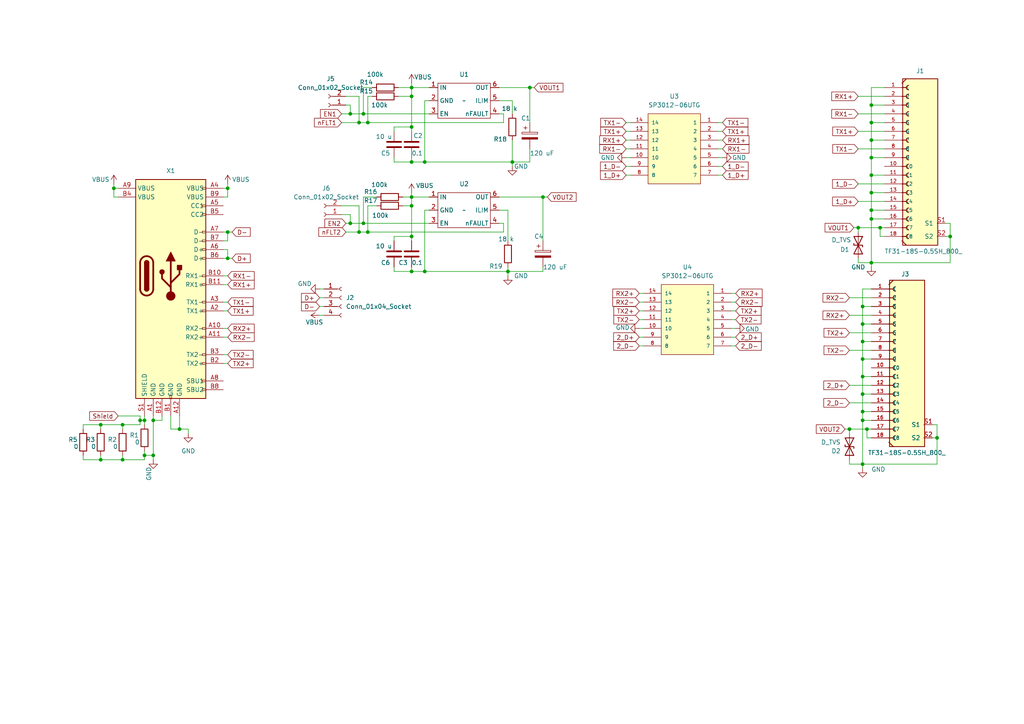
<source format=kicad_sch>
(kicad_sch (version 20250114) (generator "eeschema") (generator_version "9.0")
  (paper "A4")
  (lib_symbols
    (symbol "Connector:Conn_01x02_Socket" (pin_names (offset 1.016) (hide yes))
      (property "Reference" "J" (at 0 2.54 0))
      (property "Value" "Conn_01x02_Socket" (at 0 -5.08 0))
      (symbol "Conn_01x02_Socket_1_1"
        (pin passive line (at -5.08 0 0) (length 3.81) (name "Pin_1") (number "1"))
        (pin passive line (at -5.08 -2.54 0) (length 3.81) (name "Pin_2") (number "2"))
      )
    )
    (symbol "Connector:Conn_01x04_Socket" (pin_names (offset 1.016) (hide yes))
      (property "Reference" "J" (at 0 5.08 0))
      (property "Value" "Conn_01x04_Socket" (at 0 -7.62 0))
      (symbol "Conn_01x04_Socket_1_1"
        (pin passive line (at -5.08 2.54 0) (length 3.81) (name "Pin_1") (number "1"))
        (pin passive line (at -5.08 0 0) (length 3.81) (name "Pin_2") (number "2"))
        (pin passive line (at -5.08 -2.54 0) (length 3.81) (name "Pin_3") (number "3"))
        (pin passive line (at -5.08 -5.08 0) (length 3.81) (name "Pin_4") (number "4"))
      )
    )
    (symbol "Device:C" (pin_numbers (hide yes)) (pin_names (offset 0.254))
      (property "Reference" "C" (at 0.635 2.54 0))
      (property "Value" "C" (at 0.635 -2.54 0))
      (symbol "C_1_1"
        (pin passive line (at 0 3.81 270) (length 2.794) (name "~") (number "1"))
        (pin passive line (at 0 -3.81 90) (length 2.794) (name "~") (number "2"))
      )
    )
    (symbol "Device:C_Polarized" (pin_numbers (hide yes)) (pin_names (offset 0.254))
      (property "Reference" "C" (at 0.635 2.54 0))
      (property "Value" "C_Polarized" (at 0.635 -2.54 0))
      (symbol "C_Polarized_1_1"
        (pin passive line (at 0 3.81 270) (length 2.794) (name "~") (number "1"))
        (pin passive line (at 0 -3.81 90) (length 2.794) (name "~") (number "2"))
      )
    )
    (symbol "Device:D_TVS" (pin_numbers (hide yes)) (pin_names (offset 1.016) (hide yes))
      (property "Reference" "D" (at 0 2.54 0))
      (property "Value" "D_TVS" (at 0 -2.54 0))
      (symbol "D_TVS_1_1"
        (pin passive line (at -3.81 0 0) (length 2.54) (name "A1") (number "1"))
        (pin passive line (at 3.81 0 180) (length 2.54) (name "A2") (number "2"))
      )
    )
    (symbol "Device:R" (pin_numbers (hide yes)) (pin_names (offset 0))
      (property "Reference" "R" (at 2.032 0 90))
      (property "Value" "R" (at 0 0 90))
      (symbol "R_1_1"
        (pin passive line (at 0 3.81 270) (length 1.27) (name "~") (number "1"))
        (pin passive line (at 0 -3.81 90) (length 1.27) (name "~") (number "2"))
      )
    )
    (symbol "Shield1:USB_C_24pins"
      (property "Reference" "X1" (at 0 38.1 0))
      (property "Value" "USB_C_24pins" (at 0 35.56 0))
      (symbol "USB_C_24pins_1_1"
        (pin passive line (at -15.24 30.48 0) (length 5.08) (name "VBUS") (number "A9"))
        (pin passive line (at -15.24 27.94 0) (length 5.08) (name "VBUS") (number "B4"))
        (pin passive line (at -7.62 -35.56 90) (length 5.08) (name "SHIELD") (number "S1"))
        (pin passive line (at -7.62 -35.56 90) (length 5.08) (hide yes) (name "SHIELD") (number "S2"))
        (pin passive line (at -7.62 -35.56 90) (length 5.08) (hide yes) (name "SHIELD") (number "S3"))
        (pin passive line (at -7.62 -35.56 90) (length 5.08) (hide yes) (name "SHIELD") (number "S4"))
        (pin passive line (at -5.08 -35.56 90) (length 5.08) (name "GND") (number "A1"))
        (pin passive line (at -2.54 -35.56 90) (length 5.08) (name "GND") (number "B12"))
        (pin passive line (at 0 -35.56 90) (length 5.08) (name "GND") (number "B1"))
        (pin passive line (at 2.54 -35.56 90) (length 5.08) (name "GND") (number "A12"))
        (pin passive line (at 15.24 30.48 180) (length 5.08) (name "VBUS") (number "A4"))
        (pin passive line (at 15.24 27.94 180) (length 5.08) (name "VBUS") (number "B9"))
        (pin bidirectional line (at 15.24 25.4 180) (length 5.08) (name "CC1") (number "A5"))
        (pin bidirectional line (at 15.24 22.86 180) (length 5.08) (name "CC2") (number "B5"))
        (pin bidirectional line (at 15.24 17.78 180) (length 5.08) (name "D-") (number "A7"))
        (pin bidirectional line (at 15.24 15.24 180) (length 5.08) (name "D-") (number "B7"))
        (pin bidirectional line (at 15.24 12.7 180) (length 5.08) (name "D+") (number "A6"))
        (pin bidirectional line (at 15.24 10.16 180) (length 5.08) (name "D+") (number "B6"))
        (pin bidirectional line (at 15.24 5.08 180) (length 5.08) (name "RX1-") (number "B10"))
        (pin bidirectional line (at 15.24 2.54 180) (length 5.08) (name "RX1+") (number "B11"))
        (pin bidirectional line (at 15.24 -2.54 180) (length 5.08) (name "TX1-") (number "A3"))
        (pin bidirectional line (at 15.24 -5.08 180) (length 5.08) (name "TX1+") (number "A2"))
        (pin bidirectional line (at 15.24 -10.16 180) (length 5.08) (name "RX2-") (number "A10"))
        (pin bidirectional line (at 15.24 -12.7 180) (length 5.08) (name "RX2+") (number "A11"))
        (pin bidirectional line (at 15.24 -17.78 180) (length 5.08) (name "TX2-") (number "B3"))
        (pin bidirectional line (at 15.24 -20.32 180) (length 5.08) (name "TX2+") (number "B2"))
        (pin bidirectional line (at 15.24 -25.4 180) (length 5.08) (name "SBU1") (number "A8"))
        (pin bidirectional line (at 15.24 -27.94 180) (length 5.08) (name "SBU2") (number "B8"))
      )
    )
    (symbol "TF31-18S-0.5SH_800__1" (pin_names (offset 1.016))
      (property "Reference" "J" (at -5.58 25.4 0))
      (property "Value" "TF31-18S-0.5SH_800_" (at -5.08 -25.4 0))
      (symbol "TF31-18S-0.5SH_800__1_0_0"
        (pin passive line (at 10.16 22.86 180) (length 5.08) (name "1") (number "1"))
        (pin passive line (at 10.16 20.32 180) (length 5.08) (name "2") (number "2"))
        (pin passive line (at 10.16 17.78 180) (length 5.08) (name "3") (number "3"))
        (pin passive line (at 10.16 15.24 180) (length 5.08) (name "4") (number "4"))
        (pin passive line (at 10.16 12.7 180) (length 5.08) (name "5") (number "5"))
        (pin passive line (at 10.16 10.16 180) (length 5.08) (name "6") (number "6"))
        (pin passive line (at 10.16 7.62 180) (length 5.08) (name "7") (number "7"))
        (pin passive line (at 10.16 5.08 180) (length 5.08) (name "8") (number "8"))
        (pin passive line (at 10.16 2.54 180) (length 5.08) (name "9") (number "9"))
        (pin passive line (at 10.16 0 180) (length 5.08) (name "10") (number "10"))
        (pin passive line (at 10.16 -2.54 180) (length 5.08) (name "11") (number "11"))
        (pin passive line (at 10.16 -5.08 180) (length 5.08) (name "12") (number "12"))
        (pin passive line (at 10.16 -7.62 180) (length 5.08) (name "13") (number "13"))
        (pin passive line (at 10.16 -10.16 180) (length 5.08) (name "14") (number "14"))
        (pin passive line (at 10.16 -12.7 180) (length 5.08) (name "15") (number "15"))
        (pin passive line (at 10.16 -15.24 180) (length 5.08) (name "16") (number "16"))
        (pin passive line (at 10.16 -17.78 180) (length 5.08) (name "17") (number "17"))
        (pin passive line (at 10.16 -20.32 180) (length 5.08) (name "18") (number "18"))
      )
      (symbol "TF31-18S-0.5SH_800__1_1_1"
        (pin input line (at -7.62 -16.51 0) (length 2.54) (name "S1") (number "S1"))
        (pin input line (at -7.62 -20.32 0) (length 2.54) (name "S2") (number "S2"))
      )
    )
    (symbol "my8lib:TF31-18S-0.5SH_800_" (pin_names (offset 1.016))
      (property "Reference" "J" (at -5.58 25.4 0))
      (property "Value" "TF31-18S-0.5SH_800_" (at -5.08 -25.4 0))
      (symbol "TF31-18S-0.5SH_800__0_0"
        (pin passive line (at 10.16 22.86 180) (length 5.08) (name "1") (number "1"))
        (pin passive line (at 10.16 20.32 180) (length 5.08) (name "2") (number "2"))
        (pin passive line (at 10.16 17.78 180) (length 5.08) (name "3") (number "3"))
        (pin passive line (at 10.16 15.24 180) (length 5.08) (name "4") (number "4"))
        (pin passive line (at 10.16 12.7 180) (length 5.08) (name "5") (number "5"))
        (pin passive line (at 10.16 10.16 180) (length 5.08) (name "6") (number "6"))
        (pin passive line (at 10.16 7.62 180) (length 5.08) (name "7") (number "7"))
        (pin passive line (at 10.16 5.08 180) (length 5.08) (name "8") (number "8"))
        (pin passive line (at 10.16 2.54 180) (length 5.08) (name "9") (number "9"))
        (pin passive line (at 10.16 0 180) (length 5.08) (name "10") (number "10"))
        (pin passive line (at 10.16 -2.54 180) (length 5.08) (name "11") (number "11"))
        (pin passive line (at 10.16 -5.08 180) (length 5.08) (name "12") (number "12"))
        (pin passive line (at 10.16 -7.62 180) (length 5.08) (name "13") (number "13"))
        (pin passive line (at 10.16 -10.16 180) (length 5.08) (name "14") (number "14"))
        (pin passive line (at 10.16 -12.7 180) (length 5.08) (name "15") (number "15"))
        (pin passive line (at 10.16 -15.24 180) (length 5.08) (name "16") (number "16"))
        (pin passive line (at 10.16 -17.78 180) (length 5.08) (name "17") (number "17"))
        (pin passive line (at 10.16 -20.32 180) (length 5.08) (name "18") (number "18"))
      )
      (symbol "TF31-18S-0.5SH_800__1_1"
        (pin input line (at -7.62 -16.51 0) (length 2.54) (name "S1") (number "S1"))
        (pin input line (at -7.62 -20.32 0) (length 2.54) (name "S2") (number "S2"))
      )
    )
    (symbol "myLib8:SP3012-06UTG" (pin_names (offset 1.016))
      (property "Reference" "U" (at -7.62 10.668 0))
      (property "Value" "SP3012-06UTG" (at -7.62 -12.7 0))
      (symbol "SP3012-06UTG_0_0"
        (pin passive line (at -12.7 7.62 0) (length 5.08) (name "1") (number "1"))
        (pin passive line (at -12.7 5.08 0) (length 5.08) (name "2") (number "2"))
        (pin passive line (at -12.7 2.54 0) (length 5.08) (name "3") (number "3"))
        (pin passive line (at -12.7 0 0) (length 5.08) (name "4") (number "4"))
        (pin passive line (at -12.7 -2.54 0) (length 5.08) (name "5") (number "5"))
        (pin passive line (at -12.7 -5.08 0) (length 5.08) (name "6") (number "6"))
        (pin passive line (at -12.7 -7.62 0) (length 5.08) (name "7") (number "7"))
        (pin passive line (at 12.7 7.62 180) (length 5.08) (name "14") (number "14"))
        (pin passive line (at 12.7 5.08 180) (length 5.08) (name "13") (number "13"))
        (pin passive line (at 12.7 2.54 180) (length 5.08) (name "12") (number "12"))
        (pin passive line (at 12.7 0 180) (length 5.08) (name "11") (number "11"))
        (pin passive line (at 12.7 -2.54 180) (length 5.08) (name "10") (number "10"))
        (pin passive line (at 12.7 -5.08 180) (length 5.08) (name "9") (number "9"))
        (pin passive line (at 12.7 -7.62 180) (length 5.08) (name "8") (number "8"))
      )
    )
    (symbol "power:GND" (power) (pin_names (offset 0))
      (property "Value" "GND" (at 0 -3.81 0))
      (symbol "GND_1_1"
        (pin power_in line (at 0 0 270) (length 0) (hide yes) (name "GND") (number "1"))
      )
    )
    (symbol "power:VBUS" (power) (pin_names (offset 0))
      (property "Value" "VBUS" (at 0 3.81 0))
      (symbol "VBUS_1_1"
        (pin power_in line (at 0 0 90) (length 0) (hide yes) (name "VBUS") (number "1"))
      )
    )
    (symbol "swich emergent:tps2553"
      (property "Reference" "U" (at 0 7.62 0))
      (symbol "tps2553_1_1"
        (pin power_in line (at -10.16 3.81 0) (length 2.54) (name "IN") (number "1"))
        (pin power_in line (at -10.16 0 0) (length 2.54) (name "GND") (number "2"))
        (pin input line (at -10.16 -3.81 0) (length 2.54) (name "EN") (number "3"))
        (pin power_out line (at 10.16 3.81 180) (length 2.54) (name "OUT") (number "6"))
        (pin output line (at 10.16 0 180) (length 2.54) (name "ILIM") (number "5"))
        (pin open_collector line (at 10.16 -3.81 180) (length 2.54) (name "nFAULT") (number "4"))
      )
    )
  )
  (junction (at 119.38 68.58))
  (junction (at 35.56 133.35))
  (junction (at 248.92 66.04))
  (junction (at 106.68 35.56))
  (junction (at 40.64 121.92))
  (junction (at 271.78 127))
  (junction (at 250.19 121.92))
  (junction (at 66.04 54.61))
  (junction (at 252.73 60.96))
  (junction (at 44.45 121.92))
  (junction (at 44.45 132.08))
  (junction (at 105.41 64.77))
  (junction (at 101.6 64.77))
  (junction (at 119.38 36.83))
  (junction (at 275.59 68.58))
  (junction (at 250.19 99.06))
  (junction (at 101.6 33.02))
  (junction (at 147.32 78.74))
  (junction (at 250.19 119.38))
  (junction (at 252.73 55.88))
  (junction (at 252.73 30.48))
  (junction (at 29.21 133.35))
  (junction (at 106.68 67.31))
  (junction (at 250.19 93.98))
  (junction (at 119.38 25.4))
  (junction (at 148.59 46.99))
  (junction (at 251.46 124.46))
  (junction (at 250.19 134.62))
  (junction (at 252.73 76.2))
  (junction (at 33.02 54.61))
  (junction (at 246.38 124.46))
  (junction (at 252.73 40.64))
  (junction (at 252.73 50.8))
  (junction (at 252.73 45.72))
  (junction (at 104.14 67.31))
  (junction (at 104.14 35.56))
  (junction (at 35.56 123.19))
  (junction (at 250.19 88.9))
  (junction (at 41.91 132.08))
  (junction (at 252.73 63.5))
  (junction (at 119.38 57.15))
  (junction (at 119.38 27.94))
  (junction (at 250.19 104.14))
  (junction (at 123.19 46.99))
  (junction (at 119.38 78.74))
  (junction (at 123.19 78.74))
  (junction (at 29.21 123.19))
  (junction (at 105.41 33.02))
  (junction (at 157.48 57.15))
  (junction (at 153.67 25.4))
  (junction (at 250.19 114.3))
  (junction (at 250.19 109.22))
  (junction (at 52.07 124.46))
  (junction (at 252.73 35.56))
  (junction (at 119.38 46.99))
  (junction (at 66.04 74.93))
  (junction (at 119.38 59.69))
  (junction (at 66.04 67.31))
  (junction (at 41.91 121.92))
  (junction (at 255.27 66.04))
  (wire (pts (xy 252.73 40.64) (xy 252.73 45.72)))
  (wire (pts (xy 248.92 66.04) (xy 255.27 66.04)))
  (wire (pts (xy 109.22 59.69) (xy 106.68 59.69)))
  (wire (pts (xy 182.88 43.18) (xy 181.61 43.18)))
  (wire (pts (xy 250.19 119.38) (xy 250.19 121.92)))
  (wire (pts (xy 248.92 53.34) (xy 256.54 53.34)))
  (wire (pts (xy 252.73 30.48) (xy 252.73 35.56)))
  (wire (pts (xy 119.38 57.15) (xy 119.38 59.69)))
  (wire (pts (xy 46.99 120.65) (xy 46.99 121.92)))
  (wire (pts (xy 252.73 76.2) (xy 252.73 77.47)))
  (wire (pts (xy 148.59 40.64) (xy 148.59 46.99)))
  (wire (pts (xy 35.56 123.19) (xy 29.21 123.19)))
  (wire (pts (xy 114.3 36.83) (xy 119.38 36.83)))
  (wire (pts (xy 115.57 25.4) (xy 119.38 25.4)))
  (wire (pts (xy 146.05 67.31) (xy 146.05 64.77)))
  (wire (pts (xy 250.19 134.62) (xy 250.19 135.89)))
  (wire (pts (xy 119.38 57.15) (xy 124.46 57.15)))
  (wire (pts (xy 114.3 45.72) (xy 114.3 46.99)))
  (wire (pts (xy 67.31 74.93) (xy 66.04 74.93)))
  (wire (pts (xy 66.04 80.01) (xy 64.77 80.01)))
  (wire (pts (xy 252.73 55.88) (xy 252.73 60.96)))
  (wire (pts (xy 66.04 54.61) (xy 64.77 54.61)))
  (wire (pts (xy 252.73 109.22) (xy 250.19 109.22)))
  (wire (pts (xy 256.54 60.96) (xy 252.73 60.96)))
  (wire (pts (xy 271.78 134.62) (xy 250.19 134.62)))
  (wire (pts (xy 92.71 91.44) (xy 93.98 91.44)))
  (wire (pts (xy 104.14 59.69) (xy 104.14 67.31)))
  (wire (pts (xy 109.22 57.15) (xy 105.41 57.15)))
  (wire (pts (xy 246.38 86.36) (xy 252.73 86.36)))
  (wire (pts (xy 252.73 50.8) (xy 252.73 55.88)))
  (wire (pts (xy 248.92 67.31) (xy 248.92 66.04)))
  (wire (pts (xy 186.69 97.79) (xy 185.42 97.79)))
  (wire (pts (xy 271.78 123.19) (xy 271.78 127)))
  (wire (pts (xy 123.19 78.74) (xy 147.32 78.74)))
  (wire (pts (xy 252.73 63.5) (xy 252.73 76.2)))
  (wire (pts (xy 99.06 62.23) (xy 101.6 62.23)))
  (wire (pts (xy 146.05 64.77) (xy 144.78 64.77)))
  (wire (pts (xy 99.06 59.69) (xy 104.14 59.69)))
  (wire (pts (xy 119.38 46.99) (xy 123.19 46.99)))
  (wire (pts (xy 64.77 57.15) (xy 66.04 57.15)))
  (wire (pts (xy 209.55 45.72) (xy 208.28 45.72)))
  (wire (pts (xy 66.04 97.79) (xy 64.77 97.79)))
  (wire (pts (xy 147.32 78.74) (xy 147.32 80.01)))
  (wire (pts (xy 213.36 95.25) (xy 212.09 95.25)))
  (wire (pts (xy 252.73 40.64) (xy 256.54 40.64)))
  (wire (pts (xy 66.04 105.41) (xy 64.77 105.41)))
  (wire (pts (xy 248.92 27.94) (xy 256.54 27.94)))
  (wire (pts (xy 186.69 95.25) (xy 185.42 95.25)))
  (wire (pts (xy 123.19 46.99) (xy 148.59 46.99)))
  (wire (pts (xy 66.04 95.25) (xy 64.77 95.25)))
  (wire (pts (xy 105.41 64.77) (xy 124.46 64.77)))
  (wire (pts (xy 52.07 120.65) (xy 52.07 124.46)))
  (wire (pts (xy 252.73 99.06) (xy 250.19 99.06)))
  (wire (pts (xy 148.59 29.21) (xy 144.78 29.21)))
  (wire (pts (xy 213.36 90.17) (xy 212.09 90.17)))
  (wire (pts (xy 251.46 124.46) (xy 252.73 124.46)))
  (wire (pts (xy 182.88 48.26) (xy 181.61 48.26)))
  (wire (pts (xy 119.38 78.74) (xy 123.19 78.74)))
  (wire (pts (xy 92.71 83.82) (xy 93.98 83.82)))
  (wire (pts (xy 248.92 38.1) (xy 256.54 38.1)))
  (wire (pts (xy 104.14 27.94) (xy 104.14 35.56)))
  (wire (pts (xy 66.04 53.34) (xy 66.04 54.61)))
  (wire (pts (xy 119.38 24.13) (xy 119.38 25.4)))
  (wire (pts (xy 99.06 35.56) (xy 104.14 35.56)))
  (wire (pts (xy 116.84 57.15) (xy 119.38 57.15)))
  (wire (pts (xy 54.61 125.73) (xy 54.61 124.46)))
  (wire (pts (xy 250.19 83.82) (xy 250.19 88.9)))
  (wire (pts (xy 33.02 54.61) (xy 33.02 57.15)))
  (wire (pts (xy 147.32 69.85) (xy 147.32 60.96)))
  (wire (pts (xy 252.73 25.4) (xy 252.73 30.48)))
  (wire (pts (xy 186.69 85.09) (xy 185.42 85.09)))
  (wire (pts (xy 107.95 27.94) (xy 106.68 27.94)))
  (wire (pts (xy 186.69 87.63) (xy 185.42 87.63)))
  (wire (pts (xy 66.04 67.31) (xy 66.04 69.85)))
  (wire (pts (xy 35.56 124.46) (xy 35.56 123.19)))
  (wire (pts (xy 255.27 66.04) (xy 256.54 66.04)))
  (wire (pts (xy 101.6 62.23) (xy 101.6 64.77)))
  (wire (pts (xy 256.54 68.58) (xy 255.27 68.58)))
  (wire (pts (xy 119.38 25.4) (xy 124.46 25.4)))
  (wire (pts (xy 24.13 123.19) (xy 29.21 123.19)))
  (wire (pts (xy 105.41 57.15) (xy 105.41 64.77)))
  (wire (pts (xy 101.6 30.48) (xy 101.6 33.02)))
  (wire (pts (xy 157.48 57.15) (xy 157.48 69.85)))
  (wire (pts (xy 66.04 57.15) (xy 66.04 54.61)))
  (wire (pts (xy 252.73 50.8) (xy 256.54 50.8)))
  (wire (pts (xy 250.19 121.92) (xy 252.73 121.92)))
  (wire (pts (xy 92.71 86.36) (xy 93.98 86.36)))
  (wire (pts (xy 119.38 68.58) (xy 119.38 69.85)))
  (wire (pts (xy 66.04 67.31) (xy 67.31 67.31)))
  (wire (pts (xy 250.19 104.14) (xy 250.19 109.22)))
  (wire (pts (xy 106.68 35.56) (xy 146.05 35.56)))
  (wire (pts (xy 114.3 46.99) (xy 119.38 46.99)))
  (wire (pts (xy 119.38 46.99) (xy 119.38 45.72)))
  (wire (pts (xy 101.6 33.02) (xy 105.41 33.02)))
  (wire (pts (xy 119.38 36.83) (xy 119.38 38.1)))
  (wire (pts (xy 119.38 59.69) (xy 119.38 68.58)))
  (wire (pts (xy 274.32 68.58) (xy 275.59 68.58)))
  (wire (pts (xy 182.88 50.8) (xy 181.61 50.8)))
  (wire (pts (xy 246.38 116.84) (xy 252.73 116.84)))
  (wire (pts (xy 100.33 64.77) (xy 101.6 64.77)))
  (wire (pts (xy 248.92 33.02) (xy 256.54 33.02)))
  (wire (pts (xy 157.48 77.47) (xy 157.48 78.74)))
  (wire (pts (xy 92.71 88.9) (xy 93.98 88.9)))
  (wire (pts (xy 44.45 133.35) (xy 44.45 132.08)))
  (wire (pts (xy 44.45 132.08) (xy 44.45 121.92)))
  (wire (pts (xy 49.53 124.46) (xy 52.07 124.46)))
  (wire (pts (xy 186.69 100.33) (xy 185.42 100.33)))
  (wire (pts (xy 248.92 58.42) (xy 256.54 58.42)))
  (wire (pts (xy 252.73 35.56) (xy 252.73 40.64)))
  (wire (pts (xy 246.38 125.73) (xy 246.38 124.46)))
  (wire (pts (xy 100.33 27.94) (xy 104.14 27.94)))
  (wire (pts (xy 246.38 101.6) (xy 252.73 101.6)))
  (wire (pts (xy 104.14 67.31) (xy 106.68 67.31)))
  (wire (pts (xy 182.88 45.72) (xy 181.61 45.72)))
  (wire (pts (xy 107.95 25.4) (xy 105.41 25.4)))
  (wire (pts (xy 44.45 121.92) (xy 46.99 121.92)))
  (wire (pts (xy 119.38 55.88) (xy 119.38 57.15)))
  (wire (pts (xy 209.55 38.1) (xy 208.28 38.1)))
  (wire (pts (xy 256.54 25.4) (xy 252.73 25.4)))
  (wire (pts (xy 209.55 43.18) (xy 208.28 43.18)))
  (wire (pts (xy 248.92 76.2) (xy 248.92 74.93)))
  (wire (pts (xy 153.67 43.18) (xy 153.67 46.99)))
  (wire (pts (xy 41.91 132.08) (xy 44.45 132.08)))
  (wire (pts (xy 153.67 25.4) (xy 154.94 25.4)))
  (wire (pts (xy 251.46 124.46) (xy 251.46 127)))
  (wire (pts (xy 246.38 124.46) (xy 251.46 124.46)))
  (wire (pts (xy 252.73 114.3) (xy 250.19 114.3)))
  (wire (pts (xy 119.38 77.47) (xy 119.38 78.74)))
  (wire (pts (xy 250.19 109.22) (xy 250.19 114.3)))
  (wire (pts (xy 33.02 53.34) (xy 33.02 54.61)))
  (wire (pts (xy 250.19 93.98) (xy 250.19 99.06)))
  (wire (pts (xy 41.91 120.65) (xy 41.91 121.92)))
  (wire (pts (xy 246.38 124.46) (xy 245.11 124.46)))
  (wire (pts (xy 34.29 120.65) (xy 40.64 120.65)))
  (wire (pts (xy 209.55 35.56) (xy 208.28 35.56)))
  (wire (pts (xy 248.92 66.04) (xy 247.65 66.04)))
  (wire (pts (xy 106.68 67.31) (xy 146.05 67.31)))
  (wire (pts (xy 114.3 68.58) (xy 119.38 68.58)))
  (wire (pts (xy 24.13 132.08) (xy 24.13 133.35)))
  (wire (pts (xy 246.38 134.62) (xy 246.38 133.35)))
  (wire (pts (xy 114.3 78.74) (xy 119.38 78.74)))
  (wire (pts (xy 101.6 64.77) (xy 105.41 64.77)))
  (wire (pts (xy 252.73 45.72) (xy 252.73 50.8)))
  (wire (pts (xy 275.59 68.58) (xy 275.59 76.2)))
  (wire (pts (xy 148.59 46.99) (xy 153.67 46.99)))
  (wire (pts (xy 104.14 35.56) (xy 106.68 35.56)))
  (wire (pts (xy 275.59 76.2) (xy 252.73 76.2)))
  (wire (pts (xy 116.84 59.69) (xy 119.38 59.69)))
  (wire (pts (xy 123.19 60.96) (xy 123.19 78.74)))
  (wire (pts (xy 35.56 123.19) (xy 40.64 123.19)))
  (wire (pts (xy 252.73 127) (xy 251.46 127)))
  (wire (pts (xy 35.56 132.08) (xy 35.56 133.35)))
  (wire (pts (xy 252.73 119.38) (xy 250.19 119.38)))
  (wire (pts (xy 40.64 123.19) (xy 40.64 121.92)))
  (wire (pts (xy 270.51 123.19) (xy 271.78 123.19)))
  (wire (pts (xy 105.41 25.4) (xy 105.41 33.02)))
  (wire (pts (xy 147.32 78.74) (xy 157.48 78.74)))
  (wire (pts (xy 114.3 77.47) (xy 114.3 78.74)))
  (wire (pts (xy 114.3 69.85) (xy 114.3 68.58)))
  (wire (pts (xy 250.19 114.3) (xy 250.19 119.38)))
  (wire (pts (xy 186.69 90.17) (xy 185.42 90.17)))
  (wire (pts (xy 256.54 55.88) (xy 252.73 55.88)))
  (wire (pts (xy 256.54 63.5) (xy 252.73 63.5)))
  (wire (pts (xy 246.38 134.62) (xy 250.19 134.62)))
  (wire (pts (xy 40.64 120.65) (xy 40.64 121.92)))
  (wire (pts (xy 66.04 72.39) (xy 66.04 74.93)))
  (wire (pts (xy 33.02 57.15) (xy 34.29 57.15)))
  (wire (pts (xy 250.19 121.92) (xy 250.19 134.62)))
  (wire (pts (xy 213.36 85.09) (xy 212.09 85.09)))
  (wire (pts (xy 144.78 57.15) (xy 157.48 57.15)))
  (wire (pts (xy 64.77 67.31) (xy 66.04 67.31)))
  (wire (pts (xy 153.67 25.4) (xy 153.67 35.56)))
  (wire (pts (xy 66.04 74.93) (xy 64.77 74.93)))
  (wire (pts (xy 100.33 67.31) (xy 104.14 67.31)))
  (wire (pts (xy 114.3 38.1) (xy 114.3 36.83)))
  (wire (pts (xy 41.91 130.81) (xy 41.91 132.08)))
  (wire (pts (xy 246.38 96.52) (xy 252.73 96.52)))
  (wire (pts (xy 147.32 77.47) (xy 147.32 78.74)))
  (wire (pts (xy 66.04 87.63) (xy 64.77 87.63)))
  (wire (pts (xy 123.19 60.96) (xy 124.46 60.96)))
  (wire (pts (xy 213.36 97.79) (xy 212.09 97.79)))
  (wire (pts (xy 147.32 60.96) (xy 144.78 60.96)))
  (wire (pts (xy 213.36 100.33) (xy 212.09 100.33)))
  (wire (pts (xy 252.73 30.48) (xy 256.54 30.48)))
  (wire (pts (xy 24.13 124.46) (xy 24.13 123.19)))
  (wire (pts (xy 35.56 133.35) (xy 29.21 133.35)))
  (wire (pts (xy 271.78 127) (xy 271.78 134.62)))
  (wire (pts (xy 213.36 92.71) (xy 212.09 92.71)))
  (wire (pts (xy 274.32 64.77) (xy 275.59 64.77)))
  (wire (pts (xy 148.59 33.02) (xy 148.59 29.21)))
  (wire (pts (xy 252.73 93.98) (xy 250.19 93.98)))
  (wire (pts (xy 252.73 60.96) (xy 252.73 63.5)))
  (wire (pts (xy 157.48 57.15) (xy 158.75 57.15)))
  (wire (pts (xy 248.92 76.2) (xy 252.73 76.2)))
  (wire (pts (xy 35.56 133.35) (xy 41.91 133.35)))
  (wire (pts (xy 44.45 120.65) (xy 44.45 121.92)))
  (wire (pts (xy 275.59 64.77) (xy 275.59 68.58)))
  (wire (pts (xy 148.59 46.99) (xy 148.59 48.26)))
  (wire (pts (xy 252.73 35.56) (xy 256.54 35.56)))
  (wire (pts (xy 181.61 38.1) (xy 182.88 38.1)))
  (wire (pts (xy 66.04 90.17) (xy 64.77 90.17)))
  (wire (pts (xy 64.77 72.39) (xy 66.04 72.39)))
  (wire (pts (xy 124.46 29.21) (xy 123.19 29.21)))
  (wire (pts (xy 123.19 29.21) (xy 123.19 46.99)))
  (wire (pts (xy 29.21 123.19) (xy 29.21 124.46)))
  (wire (pts (xy 213.36 87.63) (xy 212.09 87.63)))
  (wire (pts (xy 252.73 45.72) (xy 256.54 45.72)))
  (wire (pts (xy 66.04 102.87) (xy 64.77 102.87)))
  (wire (pts (xy 246.38 111.76) (xy 252.73 111.76)))
  (wire (pts (xy 252.73 83.82) (xy 250.19 83.82)))
  (wire (pts (xy 100.33 30.48) (xy 101.6 30.48)))
  (wire (pts (xy 252.73 104.14) (xy 250.19 104.14)))
  (wire (pts (xy 119.38 25.4) (xy 119.38 27.94)))
  (wire (pts (xy 33.02 54.61) (xy 34.29 54.61)))
  (wire (pts (xy 144.78 25.4) (xy 153.67 25.4)))
  (wire (pts (xy 250.19 99.06) (xy 250.19 104.14)))
  (wire (pts (xy 66.04 82.55) (xy 64.77 82.55)))
  (wire (pts (xy 41.91 132.08) (xy 41.91 133.35)))
  (wire (pts (xy 246.38 91.44) (xy 252.73 91.44)))
  (wire (pts (xy 146.05 33.02) (xy 144.78 33.02)))
  (wire (pts (xy 181.61 35.56) (xy 182.88 35.56)))
  (wire (pts (xy 24.13 133.35) (xy 29.21 133.35)))
  (wire (pts (xy 146.05 35.56) (xy 146.05 33.02)))
  (wire (pts (xy 255.27 66.04) (xy 255.27 68.58)))
  (wire (pts (xy 29.21 132.08) (xy 29.21 133.35)))
  (wire (pts (xy 106.68 59.69) (xy 106.68 67.31)))
  (wire (pts (xy 252.73 88.9) (xy 250.19 88.9)))
  (wire (pts (xy 40.64 121.92) (xy 41.91 121.92)))
  (wire (pts (xy 105.41 33.02) (xy 124.46 33.02)))
  (wire (pts (xy 209.55 48.26) (xy 208.28 48.26)))
  (wire (pts (xy 52.07 124.46) (xy 54.61 124.46)))
  (wire (pts (xy 250.19 88.9) (xy 250.19 93.98)))
  (wire (pts (xy 49.53 120.65) (xy 49.53 124.46)))
  (wire (pts (xy 209.55 40.64) (xy 208.28 40.64)))
  (wire (pts (xy 182.88 40.64) (xy 181.61 40.64)))
  (wire (pts (xy 209.55 50.8) (xy 208.28 50.8)))
  (wire (pts (xy 248.92 43.18) (xy 256.54 43.18)))
  (wire (pts (xy 106.68 27.94) (xy 106.68 35.56)))
  (wire (pts (xy 41.91 121.92) (xy 41.91 123.19)))
  (wire (pts (xy 186.69 92.71) (xy 185.42 92.71)))
  (wire (pts (xy 99.06 33.02) (xy 101.6 33.02)))
  (wire (pts (xy 66.04 69.85) (xy 64.77 69.85)))
  (wire (pts (xy 115.57 27.94) (xy 119.38 27.94)))
  (wire (pts (xy 119.38 27.94) (xy 119.38 36.83)))
  (wire (pts (xy 270.51 127) (xy 271.78 127)))
  (global_label "VOUT2" (shape input) (at 245.11 124.46 180) (property "Intersheetrefs" "${INTERSHEET_REFS}" (effects (hide yes))))
  (global_label "TX1+" (shape input) (at 181.61 38.1 180) (property "Intersheetrefs" "${INTERSHEET_REFS}" (effects (hide yes))))
  (global_label "RX1-" (shape input) (at 181.61 43.18 180) (property "Intersheetrefs" "${INTERSHEET_REFS}" (effects (hide yes))))
  (global_label "RX2+" (shape input) (at 246.38 91.44 180) (property "Intersheetrefs" "${INTERSHEET_REFS}" (effects (hide yes))))
  (global_label "RX1-" (shape input) (at 66.04 80.01 0) (property "Intersheetrefs" "${INTERSHEET_REFS}" (effects (hide yes))))
  (global_label "VOUT1" (shape input) (at 154.94 25.4 0) (property "Intersheetrefs" "${INTERSHEET_REFS}" (effects (hide yes))))
  (global_label "TX2-" (shape input) (at 246.38 101.6 180) (property "Intersheetrefs" "${INTERSHEET_REFS}" (effects (hide yes))))
  (global_label "nFLT1" (shape input) (at 99.06 35.56 180) (property "Intersheetrefs" "${INTERSHEET_REFS}" (effects (hide yes))))
  (global_label "D+" (shape input) (at 92.71 86.36 180) (property "Intersheetrefs" "${INTERSHEET_REFS}" (effects (hide yes))))
  (global_label "RX1+" (shape input) (at 66.04 82.55 0) (property "Intersheetrefs" "${INTERSHEET_REFS}" (effects (hide yes))))
  (global_label "D-" (shape input) (at 67.31 67.31 0) (property "Intersheetrefs" "${INTERSHEET_REFS}" (effects (hide yes))))
  (global_label "TX2-" (shape input) (at 185.42 92.71 180) (property "Intersheetrefs" "${INTERSHEET_REFS}" (effects (hide yes))))
  (global_label "RX2-" (shape input) (at 213.36 87.63 0) (property "Intersheetrefs" "${INTERSHEET_REFS}" (effects (hide yes))))
  (global_label "RX1+" (shape input) (at 248.92 27.94 180) (property "Intersheetrefs" "${INTERSHEET_REFS}" (effects (hide yes))))
  (global_label "RX2-" (shape input) (at 66.04 97.79 0) (property "Intersheetrefs" "${INTERSHEET_REFS}" (effects (hide yes))))
  (global_label "TX1-" (shape input) (at 248.92 43.18 180) (property "Intersheetrefs" "${INTERSHEET_REFS}" (effects (hide yes))))
  (global_label "2_D+" (shape input) (at 185.42 97.79 180) (property "Intersheetrefs" "${INTERSHEET_REFS}" (effects (hide yes))))
  (global_label "TX1-" (shape input) (at 181.61 35.56 180) (property "Intersheetrefs" "${INTERSHEET_REFS}" (effects (hide yes))))
  (global_label "RX2+" (shape input) (at 213.36 85.09 0) (property "Intersheetrefs" "${INTERSHEET_REFS}" (effects (hide yes))))
  (global_label "D+" (shape input) (at 67.31 74.93 0) (property "Intersheetrefs" "${INTERSHEET_REFS}" (effects (hide yes))))
  (global_label "EN2" (shape input) (at 100.33 64.77 180) (property "Intersheetrefs" "${INTERSHEET_REFS}" (effects (hide yes))))
  (global_label "RX2-" (shape input) (at 185.42 87.63 180) (property "Intersheetrefs" "${INTERSHEET_REFS}" (effects (hide yes))))
  (global_label "2_D-" (shape input) (at 246.38 116.84 180) (property "Intersheetrefs" "${INTERSHEET_REFS}" (effects (hide yes))))
  (global_label "TX2+" (shape input) (at 66.04 105.41 0) (property "Intersheetrefs" "${INTERSHEET_REFS}" (effects (hide yes))))
  (global_label "TX2+" (shape input) (at 213.36 90.17 0) (property "Intersheetrefs" "${INTERSHEET_REFS}" (effects (hide yes))))
  (global_label "RX1+" (shape input) (at 181.61 40.64 180) (property "Intersheetrefs" "${INTERSHEET_REFS}" (effects (hide yes))))
  (global_label "nFLT2" (shape input) (at 100.33 67.31 180) (property "Intersheetrefs" "${INTERSHEET_REFS}" (effects (hide yes))))
  (global_label "Shield" (shape input) (at 34.29 120.65 180) (property "Intersheetrefs" "${INTERSHEET_REFS}" (effects (hide yes))))
  (global_label "VOUT2" (shape input) (at 158.75 57.15 0) (property "Intersheetrefs" "${INTERSHEET_REFS}" (effects (hide yes))))
  (global_label "TX2+" (shape input) (at 185.42 90.17 180) (property "Intersheetrefs" "${INTERSHEET_REFS}" (effects (hide yes))))
  (global_label "VOUT1" (shape input) (at 247.65 66.04 180) (property "Intersheetrefs" "${INTERSHEET_REFS}" (effects (hide yes))))
  (global_label "TX1-" (shape input) (at 66.04 87.63 0) (property "Intersheetrefs" "${INTERSHEET_REFS}" (effects (hide yes))))
  (global_label "1_D-" (shape input) (at 209.55 48.26 0) (property "Intersheetrefs" "${INTERSHEET_REFS}" (effects (hide yes))))
  (global_label "RX1-" (shape input) (at 248.92 33.02 180) (property "Intersheetrefs" "${INTERSHEET_REFS}" (effects (hide yes))))
  (global_label "TX1+" (shape input) (at 209.55 38.1 0) (property "Intersheetrefs" "${INTERSHEET_REFS}" (effects (hide yes))))
  (global_label "1_D-" (shape input) (at 248.92 53.34 180) (property "Intersheetrefs" "${INTERSHEET_REFS}" (effects (hide yes))))
  (global_label "1_D-" (shape input) (at 181.61 48.26 180) (property "Intersheetrefs" "${INTERSHEET_REFS}" (effects (hide yes))))
  (global_label "TX2-" (shape input) (at 213.36 92.71 0) (property "Intersheetrefs" "${INTERSHEET_REFS}" (effects (hide yes))))
  (global_label "D-" (shape input) (at 92.71 88.9 180) (property "Intersheetrefs" "${INTERSHEET_REFS}" (effects (hide yes))))
  (global_label "TX2+" (shape input) (at 246.38 96.52 180) (property "Intersheetrefs" "${INTERSHEET_REFS}" (effects (hide yes))))
  (global_label "RX2-" (shape input) (at 246.38 86.36 180) (property "Intersheetrefs" "${INTERSHEET_REFS}" (effects (hide yes))))
  (global_label "2_D-" (shape input) (at 185.42 100.33 180) (property "Intersheetrefs" "${INTERSHEET_REFS}" (effects (hide yes))))
  (global_label "2_D+" (shape input) (at 213.36 97.79 0) (property "Intersheetrefs" "${INTERSHEET_REFS}" (effects (hide yes))))
  (global_label "EN1" (shape input) (at 99.06 33.02 180) (property "Intersheetrefs" "${INTERSHEET_REFS}" (effects (hide yes))))
  (global_label "TX1-" (shape input) (at 209.55 35.56 0) (property "Intersheetrefs" "${INTERSHEET_REFS}" (effects (hide yes))))
  (global_label "1_D+" (shape input) (at 209.55 50.8 0) (property "Intersheetrefs" "${INTERSHEET_REFS}" (effects (hide yes))))
  (global_label "RX2+" (shape input) (at 66.04 95.25 0) (property "Intersheetrefs" "${INTERSHEET_REFS}" (effects (hide yes))))
  (global_label "TX1+" (shape input) (at 66.04 90.17 0) (property "Intersheetrefs" "${INTERSHEET_REFS}" (effects (hide yes))))
  (global_label "2_D+" (shape input) (at 246.38 111.76 180) (property "Intersheetrefs" "${INTERSHEET_REFS}" (effects (hide yes))))
  (global_label "RX2+" (shape input) (at 185.42 85.09 180) (property "Intersheetrefs" "${INTERSHEET_REFS}" (effects (hide yes))))
  (global_label "TX2-" (shape input) (at 66.04 102.87 0) (property "Intersheetrefs" "${INTERSHEET_REFS}" (effects (hide yes))))
  (global_label "RX1+" (shape input) (at 209.55 40.64 0) (property "Intersheetrefs" "${INTERSHEET_REFS}" (effects (hide yes))))
  (global_label "2_D-" (shape input) (at 213.36 100.33 0) (property "Intersheetrefs" "${INTERSHEET_REFS}" (effects (hide yes))))
  (global_label "RX1-" (shape input) (at 209.55 43.18 0) (property "Intersheetrefs" "${INTERSHEET_REFS}" (effects (hide yes))))
  (global_label "1_D+" (shape input) (at 181.61 50.8 180) (property "Intersheetrefs" "${INTERSHEET_REFS}" (effects (hide yes))))
  (global_label "1_D+" (shape input) (at 248.92 58.42 180) (property "Intersheetrefs" "${INTERSHEET_REFS}" (effects (hide yes))))
  (global_label "TX1+" (shape input) (at 248.92 38.1 180) (property "Intersheetrefs" "${INTERSHEET_REFS}" (effects (hide yes))))
  (symbol (lib_id "Device:R") (at 111.76 27.94 90) (unit 1)
    (property "Reference" "R15" (at 108.204 26.416 90) (effects (justify left)))
    (property "Value" "100k" (at 112.522 30.48 90) (effects (justify left)))
    (property "Footprint" "Resistor_SMD:R_0402_1005Metric" (effects (hide yes)))
    (property "Description" "Resistor" (effects (hide yes)))
  )
  (symbol (lib_id "swich emergent:tps2553") (at 134.62 60.96 0) (unit 1)
    (property "Reference" "U2" (at 134.62 53.34 0))
    (property "Value" "~" (at 134.62 60.96 0))
    (property "Footprint" "Package_TO_SOT_SMD:SOT-23-6_Handsoldering" (effects (hide yes)))
  )
  (symbol (lib_id "Connector:Conn_01x04_Socket") (at 99.06 86.36 0) (unit 1)
    (property "Reference" "J2" (at 100.33 86.3599 0) (effects (justify left)))
    (property "Value" "Conn_01x04_Socket" (at 100.33 88.8999 0) (effects (justify left)))
    (property "Footprint" "Connector_PinSocket_2.54mm:PinSocket_1x04_P2.54mm_Vertical" (effects (hide yes)))
    (property "Description" "Generic connector, single row, 01x04, script generated" (effects (hide yes)))
  )
  (symbol (lib_name "TF31-18S-0.5SH_800__1") (lib_id "my8lib:TF31-18S-0.5SH_800_") (at 266.7 48.26 0) (mirror y) (unit 1)
    (property "Reference" "J1" (at 265.684 20.574 0) (effects (justify right)))
    (property "Value" "TF31-18S-0.5SH_800_" (at 256.54 72.898 0) (effects (justify right)))
    (property "Footprint" "my8lib:HRS_TF31-18S-0.5SH_800_" (effects (hide yes)))
    (property "MF" "Hirose Electric Co Ltd" (effects (hide yes)))
    (property "Description_1" "\n18 Position FFC, FPC Connector Contacts, Bottom 0.020 (0.50mm) Surface Mount, Right Angle\n" (effects (hide yes)))
    (property "Package" "None" (effects (hide yes)))
    (property "Price" "None" (effects (hide yes)))
    (property "Check_prices" "https://www.snapeda.com/parts/TF31-18S-0.5SH(800)/Hirose/view-part/?ref=eda" (effects (hide yes)))
    (property "SnapEDA_Link" "https://www.snapeda.com/parts/TF31-18S-0.5SH(800)/Hirose/view-part/?ref=snap" (effects (hide yes)))
    (property "MP" "TF31-18S-0.5SH(800)" (effects (hide yes)))
    (property "Purchase-URL" "https://www.snapeda.com/api/url_track_click_mouser/?unipart_id=4877396&manufacturer=Hirose Electric Co Ltd&part_name=TF31-18S-0.5SH(800)&search_term=None" (effects (hide yes)))
    (property "Availability" "In Stock" (effects (hide yes)))
    (property "MANUFACTURER" "HRS" (effects (hide yes)))
  )
  (symbol (lib_id "power:VBUS") (at 66.04 53.34 0) (mirror y) (unit 1)
    (property "Reference" "#PWR015" (effects (hide yes)))
    (property "Value" "VBUS" (at 69.85 52.07 0))
  )
  (symbol (lib_id "Device:R") (at 113.03 59.69 90) (unit 1)
    (property "Reference" "R17" (at 109.474 58.166 90) (effects (justify left)))
    (property "Value" "100k" (at 112.776 62.484 90) (effects (justify left)))
    (property "Footprint" "Resistor_SMD:R_0402_1005Metric" (effects (hide yes)))
    (property "Description" "Resistor" (effects (hide yes)))
  )
  (symbol (lib_id "power:VBUS") (at 92.71 91.44 90) (mirror x) (unit 1)
    (property "Reference" "#PWR022" (effects (hide yes)))
    (property "Value" "VBUS" (at 91.186 93.472 90))
  )
  (symbol (lib_id "Device:D_TVS") (at 248.92 71.12 270) (unit 1)
    (property "Reference" "D1" (at 246.38 72.39 90) (effects (justify right)))
    (property "Value" "D_TVS" (at 246.888 69.596 90) (effects (justify right)))
    (property "Footprint" "Diode_SMD:D_SOD-523" (effects (hide yes)))
  )
  (symbol (lib_id "power:GND") (at 185.42 95.25 270) (mirror x) (unit 1)
    (property "Reference" "#PWR014" (effects (hide yes)))
    (property "Value" "GND" (at 180.594 94.996 90))
  )
  (symbol (lib_id "power:GND") (at 148.59 48.26 0) (unit 1)
    (property "Reference" "#PWR07" (effects (hide yes)))
    (property "Value" "GND" (at 151.13 48.26 0))
  )
  (symbol (lib_id "myLib8:SP3012-06UTG") (at 195.58 43.18 0) (mirror y) (unit 1)
    (property "Reference" "U3" (at 195.58 27.94 0))
    (property "Value" "SP3012-06UTG" (at 195.58 30.48 0))
    (property "Footprint" "myLib8:DFN-14_1.35x3.5mm_P0.5mm" (effects (hide yes)))
    (property "B_NOM" "0.2" (effects (hide yes)))
    (property "D_MAX" "3.6" (effects (hide yes)))
    (property "A_MAX" "0.55" (effects (hide yes)))
    (property "B_MIN" "0.15" (effects (hide yes)))
    (property "Check_prices" "https://www.snapeda.com/parts/SP3012-06UTG/Ersa/view-part/?ref=eda" (effects (hide yes)))
    (property "B_MAX" "0.25" (effects (hide yes)))
    (property "Description_1" "\nESD Suppressor Diode Array Uni-Dir 5V Automotive 14-Pin UDFN T/R\n" (effects (hide yes)))
    (property "Price" "None" (effects (hide yes)))
    (property "ENOM" "0.5" (effects (hide yes)))
    (property "D_NOM" "3.5" (effects (hide yes)))
    (property "L_MAX" "0.35" (effects (hide yes)))
    (property "Package" "None" (effects (hide yes)))
    (property "E2_NOM" "0.0" (effects (hide yes)))
    (property "D2_NOM" "0.0" (effects (hide yes)))
    (property "PARTREV" "02/23/17" (effects (hide yes)))
    (property "SnapEDA_Link" "https://www.snapeda.com/parts/SP3012-06UTG/Ersa/view-part/?ref=snap" (effects (hide yes)))
    (property "E_NOM" "1.35" (effects (hide yes)))
    (property "STANDARD" "IPC 7351B" (effects (hide yes)))
    (property "PIN_COUNT" "14.0" (effects (hide yes)))
    (property "L_NOM" "0.3" (effects (hide yes)))
    (property "MANUFACTURER" "Littelfuse" (effects (hide yes)))
    (property "MF" "Littelfuse" (effects (hide yes)))
    (property "MAXIMUM_PACKAGE_HEIGHT" "0.55mm" (effects (hide yes)))
    (property "E_MIN" "1.25" (effects (hide yes)))
    (property "D_MIN" "3.4" (effects (hide yes)))
    (property "MP" "SP3012-06UTG" (effects (hide yes)))
    (property "L_MIN" "0.25" (effects (hide yes)))
    (property "Availability" "In Stock" (effects (hide yes)))
    (property "E_MAX" "1.45" (effects (hide yes)))
  )
  (symbol (lib_id "power:GND") (at 252.73 77.47 0) (mirror y) (unit 1)
    (property "Reference" "#PWR01" (effects (hide yes)))
    (property "Value" "GND" (at 248.92 77.47 0))
  )
  (symbol (lib_id "Device:C_Polarized") (at 157.48 73.66 0) (unit 1)
    (property "Reference" "C4" (at 154.94 68.58 0) (effects (justify left)))
    (property "Value" "120 uF" (at 157.48 77.47 0) (effects (justify left)))
    (property "Footprint" "Capacitor_THT:CP_Radial_D5.0mm_P2.00mm" (effects (hide yes)))
  )
  (symbol (lib_id "power:GND") (at 44.45 133.35 0) (unit 1)
    (property "Reference" "#PWR021" (effects (hide yes)))
    (property "Value" "GND" (at 43.18 137.414 90))
  )
  (symbol (lib_id "power:GND") (at 147.32 80.01 0) (unit 1)
    (property "Reference" "#PWR010" (effects (hide yes)))
    (property "Value" "GND" (at 151.13 80.01 0))
  )
  (symbol (lib_id "power:GND") (at 54.61 125.73 0) (unit 1)
    (property "Reference" "#PWR020" (effects (hide yes)))
    (property "Value" "GND" (at 54.61 130.81 0))
  )
  (symbol (lib_id "power:GND") (at 92.71 83.82 270) (unit 1)
    (property "Reference" "#PWR019" (effects (hide yes)))
    (property "Value" "GND" (at 90.424 82.296 90) (effects (justify right)))
  )
  (symbol (lib_id "power:VBUS") (at 33.02 53.34 0) (unit 1)
    (property "Reference" "#PWR016" (effects (hide yes)))
    (property "Value" "VBUS" (at 29.21 52.07 0))
  )
  (symbol (lib_id "Device:C_Polarized") (at 153.67 39.37 0) (unit 1)
    (property "Reference" "C1" (at 151.13 34.29 0) (effects (justify left)))
    (property "Value" "120 uF" (at 153.67 44.45 0) (effects (justify left)))
    (property "Footprint" "Capacitor_THT:CP_Radial_D5.0mm_P2.00mm" (effects (hide yes)))
  )
  (symbol (lib_id "Device:R") (at 147.32 73.66 180) (unit 1)
    (property "Reference" "R19" (at 145.796 77.216 0) (effects (justify left)))
    (property "Value" "18 k" (at 149.098 69.342 0) (effects (justify left)))
    (property "Footprint" "Resistor_SMD:R_0402_1005Metric" (effects (hide yes)))
    (property "Description" "Resistor" (effects (hide yes)))
  )
  (symbol (lib_id "Device:R") (at 24.13 128.27 0) (unit 1)
    (property "Reference" "R5" (at 19.812 127.508 0) (effects (justify left)))
    (property "Value" "0" (at 21.336 129.54 0) (effects (justify left)))
    (property "Footprint" "Resistor_SMD:R_0201_0603Metric_Pad0.64x0.40mm_HandSolder" (effects (hide yes)))
    (property "Description" "Resistor" (effects (hide yes)))
  )
  (symbol (lib_id "Device:C") (at 114.3 73.66 0) (unit 1)
    (property "Reference" "C6" (at 110.49 76.2 0) (effects (justify left)))
    (property "Value" "10 u" (at 108.966 71.374 0) (effects (justify left)))
    (property "Footprint" "Capacitor_SMD:C_0402_1005Metric" (effects (hide yes)))
  )
  (symbol (lib_id "power:VBUS") (at 119.38 55.88 0) (unit 1)
    (property "Reference" "#PWR08" (effects (hide yes)))
    (property "Value" "VBUS" (at 123.19 53.848 0))
  )
  (symbol (lib_id "Device:C") (at 119.38 73.66 0) (unit 1)
    (property "Reference" "C3" (at 115.57 76.2 0) (effects (justify left)))
    (property "Value" "0.1" (at 119.38 76.2 0) (effects (justify left)))
    (property "Footprint" "Capacitor_SMD:C_0402_1005Metric" (effects (hide yes)))
  )
  (symbol (lib_id "Device:R") (at 29.21 128.27 0) (unit 1)
    (property "Reference" "R3" (at 24.892 127.508 0) (effects (justify left)))
    (property "Value" "0" (at 26.416 129.54 0) (effects (justify left)))
    (property "Footprint" "Resistor_SMD:R_0201_0603Metric_Pad0.64x0.40mm_HandSolder" (effects (hide yes)))
    (property "Description" "Resistor" (effects (hide yes)))
  )
  (symbol (lib_id "power:GND") (at 250.19 135.89 0) (unit 1)
    (property "Reference" "#PWR02" (effects (hide yes)))
    (property "Value" "GND" (at 254.762 136.144 0))
  )
  (symbol (lib_id "Device:D_TVS") (at 246.38 129.54 270) (unit 1)
    (property "Reference" "D2" (at 243.84 130.81 90) (effects (justify right)))
    (property "Value" "D_TVS" (at 243.84 128.27 90) (effects (justify right)))
    (property "Footprint" "Diode_SMD:D_SOD-523" (effects (hide yes)))
  )
  (symbol (lib_id "power:GND") (at 181.61 45.72 270) (mirror x) (unit 1)
    (property "Reference" "#PWR09" (effects (hide yes)))
    (property "Value" "GND" (at 176.276 45.72 90))
  )
  (symbol (lib_id "my8lib:TF31-18S-0.5SH_800_") (at 262.89 106.68 0) (mirror y) (unit 1)
    (property "Reference" "J3" (at 261.366 79.502 0) (effects (justify right)))
    (property "Value" "TF31-18S-0.5SH_800_" (at 251.714 131.318 0) (effects (justify right)))
    (property "Footprint" "my8lib:HRS_TF31-18S-0.5SH_800_" (effects (hide yes)))
    (property "MF" "Hirose Electric Co Ltd" (effects (hide yes)))
    (property "Description_1" "\n18 Position FFC, FPC Connector Contacts, Bottom 0.020 (0.50mm) Surface Mount, Right Angle\n" (effects (hide yes)))
    (property "Package" "None" (effects (hide yes)))
    (property "Price" "None" (effects (hide yes)))
    (property "Check_prices" "https://www.snapeda.com/parts/TF31-18S-0.5SH(800)/Hirose/view-part/?ref=eda" (effects (hide yes)))
    (property "SnapEDA_Link" "https://www.snapeda.com/parts/TF31-18S-0.5SH(800)/Hirose/view-part/?ref=snap" (effects (hide yes)))
    (property "MP" "TF31-18S-0.5SH(800)" (effects (hide yes)))
    (property "Purchase-URL" "https://www.snapeda.com/api/url_track_click_mouser/?unipart_id=4877396&manufacturer=Hirose Electric Co Ltd&part_name=TF31-18S-0.5SH(800)&search_term=None" (effects (hide yes)))
    (property "Availability" "In Stock" (effects (hide yes)))
    (property "MANUFACTURER" "HRS" (effects (hide yes)))
  )
  (symbol (lib_id "Connector:Conn_01x02_Socket") (at 93.98 62.23 180) (unit 1)
    (property "Reference" "J6" (at 94.615 54.61 0))
    (property "Value" "Conn_01x02_Socket" (at 94.615 57.15 0))
    (property "Footprint" "Connector_PinHeader_1.27mm:PinHeader_1x02_P1.27mm_Vertical" (effects (hide yes)))
    (property "Description" "Generic connector, single row, 01x02, script generated" (effects (hide yes)))
  )
  (symbol (lib_id "Device:R") (at 111.76 25.4 90) (unit 1)
    (property "Reference" "R14" (at 108.204 23.876 90) (effects (justify left)))
    (property "Value" "100k" (at 111.252 21.59 90) (effects (justify left)))
    (property "Footprint" "Resistor_SMD:R_0402_1005Metric" (effects (hide yes)))
    (property "Description" "Resistor" (effects (hide yes)))
  )
  (symbol (lib_id "Connector:Conn_01x02_Socket") (at 95.25 30.48 180) (unit 1)
    (property "Reference" "J5" (at 95.885 22.86 0))
    (property "Value" "Conn_01x02_Socket" (at 95.885 25.4 0))
    (property "Footprint" "Connector_PinHeader_1.27mm:PinHeader_1x02_P1.27mm_Vertical" (effects (hide yes)))
    (property "Description" "Generic connector, single row, 01x02, script generated" (effects (hide yes)))
  )
  (symbol (lib_id "myLib8:SP3012-06UTG") (at 199.39 92.71 0) (mirror y) (unit 1)
    (property "Reference" "U4" (at 199.39 77.47 0))
    (property "Value" "SP3012-06UTG" (at 199.39 80.01 0))
    (property "Footprint" "myLib8:DFN-14_1.35x3.5mm_P0.5mm" (effects (hide yes)))
    (property "B_NOM" "0.2" (effects (hide yes)))
    (property "D_MAX" "3.6" (effects (hide yes)))
    (property "A_MAX" "0.55" (effects (hide yes)))
    (property "B_MIN" "0.15" (effects (hide yes)))
    (property "Check_prices" "https://www.snapeda.com/parts/SP3012-06UTG/Ersa/view-part/?ref=eda" (effects (hide yes)))
    (property "B_MAX" "0.25" (effects (hide yes)))
    (property "Description_1" "\nESD Suppressor Diode Array Uni-Dir 5V Automotive 14-Pin UDFN T/R\n" (effects (hide yes)))
    (property "Price" "None" (effects (hide yes)))
    (property "ENOM" "0.5" (effects (hide yes)))
    (property "D_NOM" "3.5" (effects (hide yes)))
    (property "L_MAX" "0.35" (effects (hide yes)))
    (property "Package" "None" (effects (hide yes)))
    (property "E2_NOM" "0.0" (effects (hide yes)))
    (property "D2_NOM" "0.0" (effects (hide yes)))
    (property "PARTREV" "02/23/17" (effects (hide yes)))
    (property "SnapEDA_Link" "https://www.snapeda.com/parts/SP3012-06UTG/Ersa/view-part/?ref=snap" (effects (hide yes)))
    (property "E_NOM" "1.35" (effects (hide yes)))
    (property "STANDARD" "IPC 7351B" (effects (hide yes)))
    (property "PIN_COUNT" "14.0" (effects (hide yes)))
    (property "L_NOM" "0.3" (effects (hide yes)))
    (property "MANUFACTURER" "Littelfuse" (effects (hide yes)))
    (property "MF" "Littelfuse" (effects (hide yes)))
    (property "MAXIMUM_PACKAGE_HEIGHT" "0.55mm" (effects (hide yes)))
    (property "E_MIN" "1.25" (effects (hide yes)))
    (property "D_MIN" "3.4" (effects (hide yes)))
    (property "MP" "SP3012-06UTG" (effects (hide yes)))
    (property "L_MIN" "0.25" (effects (hide yes)))
    (property "Availability" "In Stock" (effects (hide yes)))
    (property "E_MAX" "1.45" (effects (hide yes)))
  )
  (symbol (lib_id "Device:R") (at 148.59 36.83 180) (unit 1)
    (property "Reference" "R18" (at 147.066 40.386 0) (effects (justify left)))
    (property "Value" "18 k" (at 150.114 31.496 0) (effects (justify left)))
    (property "Footprint" "Resistor_SMD:R_0402_1005Metric" (effects (hide yes)))
    (property "Description" "Resistor" (effects (hide yes)))
  )
  (symbol (lib_id "Device:R") (at 41.91 127 0) (unit 1)
    (property "Reference" "R1" (at 37.592 126.238 0) (effects (justify left)))
    (property "Value" "0" (at 39.116 128.27 0) (effects (justify left)))
    (property "Footprint" "Resistor_SMD:R_0201_0603Metric_Pad0.64x0.40mm_HandSolder" (effects (hide yes)))
    (property "Description" "Resistor" (effects (hide yes)))
  )
  (symbol (lib_id "power:VBUS") (at 119.38 24.13 0) (unit 1)
    (property "Reference" "#PWR03" (effects (hide yes)))
    (property "Value" "VBUS" (at 122.682 22.352 0))
  )
  (symbol (lib_id "Device:C") (at 119.38 41.91 0) (unit 1)
    (property "Reference" "C2" (at 119.888 39.37 0) (effects (justify left)))
    (property "Value" "0.1" (at 119.38 44.45 0) (effects (justify left)))
    (property "Footprint" "Capacitor_SMD:C_0402_1005Metric" (effects (hide yes)))
  )
  (symbol (lib_id "Device:R") (at 113.03 57.15 90) (unit 1)
    (property "Reference" "R16" (at 109.474 55.626 90) (effects (justify left)))
    (property "Value" "100k" (at 112.522 53.594 90) (effects (justify left)))
    (property "Footprint" "Resistor_SMD:R_0402_1005Metric" (effects (hide yes)))
    (property "Description" "Resistor" (effects (hide yes)))
  )
  (symbol (lib_id "Device:R") (at 35.56 128.27 0) (unit 1)
    (property "Reference" "R2" (at 31.242 127.508 0) (effects (justify left)))
    (property "Value" "0" (at 32.766 129.54 0) (effects (justify left)))
    (property "Footprint" "Resistor_SMD:R_0201_0603Metric_Pad0.64x0.40mm_HandSolder" (effects (hide yes)))
    (property "Description" "Resistor" (effects (hide yes)))
  )
  (symbol (lib_id "power:GND") (at 213.36 95.25 90) (mirror x) (unit 1)
    (property "Reference" "#PWR013" (effects (hide yes)))
    (property "Value" "GND" (at 218.186 95.504 90))
  )
  (symbol (lib_id "Device:C") (at 114.3 41.91 0) (unit 1)
    (property "Reference" "C5" (at 110.49 44.45 0) (effects (justify left)))
    (property "Value" "10 u" (at 108.966 39.624 0) (effects (justify left)))
    (property "Footprint" "Capacitor_SMD:C_0402_1005Metric" (effects (hide yes)))
  )
  (symbol (lib_id "Shield1:USB_C_24pins") (at 49.53 85.09 0) (unit 1)
    (property "Reference" "X1" (at 49.53 49.53 0))
    (property "Value" "USB_C_24pins" (effects (hide yes)))
    (property "Footprint" "Connector_USB:USB_C_Receptacle_JAE_DX07S024WJ3R400" (effects (hide yes)))
  )
  (symbol (lib_id "swich emergent:tps2553") (at 134.62 29.21 0) (unit 1)
    (property "Reference" "U1" (at 134.62 21.59 0))
    (property "Value" "~" (at 134.62 29.21 0))
    (property "Footprint" "Package_TO_SOT_SMD:SOT-23-6_Handsoldering" (effects (hide yes)))
  )
  (symbol (lib_id "power:GND") (at 209.55 45.72 90) (mirror x) (unit 1)
    (property "Reference" "#PWR06" (effects (hide yes)))
    (property "Value" "GND" (at 214.376 45.72 90))
  )
)
</source>
